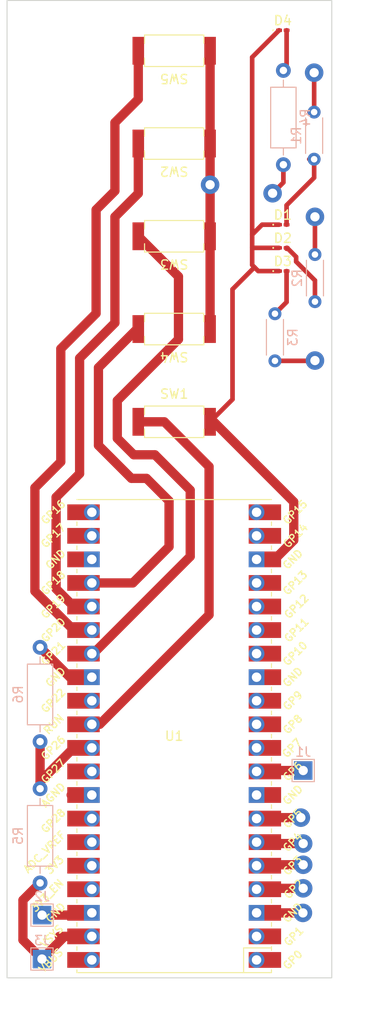
<source format=kicad_pcb>
(kicad_pcb (version 20221018) (generator pcbnew)
  (layers (0 "F.Cu" signal) (31 "B.Cu" signal) (34 "B.Paste" user) (35 "F.Paste" user) (36 "B.SilkS" user "B.Silkscreen") (37 "F.SilkS" user "F.Silkscreen") (38 "B.Mask" user) (39 "F.Mask" user) (44 "Edge.Cuts" user))
  (net 0 "")
  (net 1 "GND")
  (net 2 "Net-(D1-A)")
  (net 3 "Net-(D2-A)")
  (net 4 "Net-(D3-A)")
  (net 5 "Net-(D4-A)")
  (net 6 "Net-(J1-Pin_1)")
  (net 7 "Net-(U1-GPIO2)")
  (net 8 "Net-(U1-GPIO3)")
  (net 9 "Net-(U1-GPIO4)")
  (net 10 "Net-(U1-GPIO5)")
  (net 11 "Net-(U1-GPIO26_ADC0)")
  (net 12 "+3.3V")
  (net 13 "unconnected-(U1-AGND-Pad33)")
  (net 14 "Net-(U1-RUN)")
  (net 15 "Net-(U1-3V3)")
  (net 16 "Net-(U1-GPIO19)")
  (net 17 "Net-(U1-GPIO21)")
  (net 18 "Net-(U1-GPIO18)")
  (net 19 "Net-(U1-GPIO20)")
  (footprint "Library:SW_Push_3x6x5" (layer "F.Cu") (at 61.515 91.948)
    (fp_text reference "SW1" (at 0 -3 unlocked) (layer "F.SilkS"))
    (fp_text value "SW_Reset")
    (fp_line (start -3.2 -1.7) (end -3.2 -0.8) (stroke (width 0.12)) (layer "F.SilkS"))
    (fp_line (start -3.2 0.8) (end -3.2 1.7) (stroke (width 0.12)) (layer "F.SilkS"))
    (fp_line (start -3.2 1.7) (end 3.2 1.7) (stroke (width 0.12)) (layer "F.SilkS"))
    (fp_line (start 3.2 -1.7) (end -3.2 -1.7) (stroke (width 0.12)) (layer "F.SilkS"))
    (fp_line (start 3.2 -0.8) (end 3.2 -1.7) (stroke (width 0.12)) (layer "F.SilkS"))
    (fp_line (start 3.2 1.7) (end 3.2 0.8) (stroke (width 0.12)) (layer "F.SilkS"))
    (pad "1" smd rect locked (at -3.875 0) (size 1.25 3) (layers "F.Cu" "F.Paste" "F.Mask") (net 14 "Net-(U1-RUN)"))
    (pad "2" smd rect locked (at 3.875 0) (size 1.25 3) (layers "F.Cu" "F.Paste" "F.Mask") (net 1 "GND"))
  )
  (footprint "LED_SMD:LED_0201_0603Metric_Pad0.64x0.40mm_HandSolder" (layer "F.Cu") (at 73.2375 70.698)
    (fp_text reference "D1" (at 0 -1.05) (layer "F.SilkS"))
    (fp_text value "LED_Green1")
    (fp_circle (center -1.035 0) (end -0.985 0) (stroke (width 0.1)) (fill none) (layer "F.SilkS"))
    (pad "1" smd roundrect (at -0.4075 0) (size 0.635 0.4) (layers "F.Cu" "F.Mask") (net 1 "GND"))
    (pad "2" smd roundrect (at 0.4075 0) (size 0.635 0.4) (layers "F.Cu" "F.Mask") (net 2 "Net-(D1-A)"))
  )
  (footprint "Library:SW_Push_3x6x5" (layer "F.Cu") (at 61.515 51.948 180)
    (fp_text reference "SW5" (at 0 -3 180 unlocked) (layer "F.SilkS"))
    (fp_text value "SW_Vol_Up")
    (fp_line (start -3.2 -1.7) (end -3.2 -0.8) (stroke (width 0.12)) (layer "F.SilkS"))
    (fp_line (start -3.2 0.8) (end -3.2 1.7) (stroke (width 0.12)) (layer "F.SilkS"))
    (fp_line (start -3.2 1.7) (end 3.2 1.7) (stroke (width 0.12)) (layer "F.SilkS"))
    (fp_line (start 3.2 -1.7) (end -3.2 -1.7) (stroke (width 0.12)) (layer "F.SilkS"))
    (fp_line (start 3.2 -0.8) (end 3.2 -1.7) (stroke (width 0.12)) (layer "F.SilkS"))
    (fp_line (start 3.2 1.7) (end 3.2 0.8) (stroke (width 0.12)) (layer "F.SilkS"))
    (pad "1" smd rect locked (at -3.875 0 180) (size 1.25 3) (layers "F.Cu" "F.Paste" "F.Mask") (net 15 "Net-(U1-3V3)"))
    (pad "2" smd rect locked (at 3.875 0 180) (size 1.25 3) (layers "F.Cu" "F.Paste" "F.Mask") (net 19 "Net-(U1-GPIO20)"))
  )
  (footprint "Library:SW_Push_3x6x5" (layer "F.Cu") (at 61.515 81.948 180)
    (fp_text reference "SW4" (at 0 -3 180 unlocked) (layer "F.SilkS"))
    (fp_text value "SW_FN")
    (fp_line (start -3.2 -1.7) (end -3.2 -0.8) (stroke (width 0.12)) (layer "F.SilkS"))
    (fp_line (start -3.2 0.8) (end -3.2 1.7) (stroke (width 0.12)) (layer "F.SilkS"))
    (fp_line (start -3.2 1.7) (end 3.2 1.7) (stroke (width 0.12)) (layer "F.SilkS"))
    (fp_line (start 3.2 -1.7) (end -3.2 -1.7) (stroke (width 0.12)) (layer "F.SilkS"))
    (fp_line (start 3.2 -0.8) (end 3.2 -1.7) (stroke (width 0.12)) (layer "F.SilkS"))
    (fp_line (start 3.2 1.7) (end 3.2 0.8) (stroke (width 0.12)) (layer "F.SilkS"))
    (pad "1" smd rect locked (at -3.875 0 180) (size 1.25 3) (layers "F.Cu" "F.Paste" "F.Mask") (net 15 "Net-(U1-3V3)"))
    (pad "2" smd rect locked (at 3.875 0 180) (size 1.25 3) (layers "F.Cu" "F.Paste" "F.Mask") (net 18 "Net-(U1-GPIO18)"))
  )
  (footprint "LED_SMD:LED_0201_0603Metric_Pad0.64x0.40mm_HandSolder" (layer "F.Cu") (at 73.2375 73.198)
    (fp_text reference "D2" (at 0 -1.05) (layer "F.SilkS"))
    (fp_text value "LED_Green2")
    (fp_circle (center -1.035 0) (end -0.985 0) (stroke (width 0.1)) (fill none) (layer "F.SilkS"))
    (pad "1" smd roundrect (at -0.4075 0) (size 0.635 0.4) (layers "F.Cu" "F.Mask") (net 1 "GND"))
    (pad "2" smd roundrect (at 0.4075 0) (size 0.635 0.4) (layers "F.Cu" "F.Mask") (net 3 "Net-(D2-A)"))
  )
  (footprint "LED_SMD:LED_0201_0603Metric_Pad0.64x0.40mm_HandSolder" (layer "F.Cu") (at 73.2425 49.742)
    (fp_text reference "D4" (at 0 -1.05) (layer "F.SilkS"))
    (fp_text value "LED_Blue")
    (fp_circle (center -1.035 0) (end -0.985 0) (stroke (width 0.1)) (fill none) (layer "F.SilkS"))
    (pad "1" smd roundrect (at -0.4075 0) (size 0.635 0.4) (layers "F.Cu" "F.Mask") (net 1 "GND"))
    (pad "2" smd roundrect (at 0.4075 0) (size 0.635 0.4) (layers "F.Cu" "F.Mask") (net 5 "Net-(D4-A)"))
  )
  (footprint "MCU_RaspberryPi_and_Boards:RPi_Pico_SMD_TH" (layer "F.Cu") (at 61.515 125.83 180)
    (fp_text reference "U1" (at 0 0) (layer "F.SilkS"))
    (fp_text value "Pico")
    (fp_text user "GP0" (at -12.8 -24.13 45) (layer "F.SilkS") (effects (font (size 0.8 0.8))))
    (fp_text user "GND" (at -12.8 19.05 45) (layer "F.SilkS") (effects (font (size 0.8 0.8))))
    (fp_text user "GND" (at -12.8 6.35 45) (layer "F.SilkS") (effects (font (size 0.8 0.8))))
    (fp_text user "GP20" (at 13.054 11.43 45) (layer "F.SilkS") (effects (font (size 0.8 0.8))))
    (fp_text user "GND" (at -12.8 -6.35 45) (layer "F.SilkS") (effects (font (size 0.8 0.8))))
    (fp_text user "GP12" (at -13.2 13.97 45) (layer "F.SilkS") (effects (font (size 0.8 0.8))))
    (fp_text user "GP8" (at -12.8 1.27 45) (layer "F.SilkS") (effects (font (size 0.8 0.8))))
    (fp_text user "GP9" (at -12.8 3.81 45) (layer "F.SilkS") (effects (font (size 0.8 0.8))))
    (fp_text user "ADC_VREF" (at 14 -12.5 45) (layer "F.SilkS") (effects (font (size 0.8 0.8))))
    (fp_text user "3V3_EN" (at 13.7 -17.2 45) (layer "F.SilkS") (effects (font (size 0.8 0.8))))
    (fp_text user "GP15" (at -13.054 24.13 45) (layer "F.SilkS") (effects (font (size 0.8 0.8))))
    (fp_text user "GND" (at 12.8 19.05 45) (layer "F.SilkS") (effects (font (size 0.8 0.8))))
    (fp_text user "GND" (at 12.8 6.35 45) (layer "F.SilkS") (effects (font (size 0.8 0.8))))
    (fp_text user "VSYS" (at 13.2 -21.59 45) (layer "F.SilkS") (effects (font (size 0.8 0.8))))
    (fp_text user "GP3" (at -12.8 -13.97 45) (layer "F.SilkS") (effects (font (size 0.8 0.8))))
    (fp_text user "GP17" (at 13.054 21.59 45) (layer "F.SilkS") (effects (font (size 0.8 0.8))))
    (fp_text user "GP26" (at 13.054 -1.27 45) (layer "F.SilkS") (effects (font (size 0.8 0.8))))
    (fp_text user "GP4" (at -12.8 -11.43 45) (layer "F.SilkS") (effects (font (size 0.8 0.8))))
    (fp_text user "3V3" (at 12.9 -13.9 45) (layer "F.SilkS") (effects (font (size 0.8 0.8))))
    (fp_text user "GP11" (at -13.2 11.43 45) (layer "F.SilkS") (effects (font (size 0.8 0.8))))
    (fp_text user "GP28" (at 13.054 -9.144 45) (layer "F.SilkS") (effects (font (size 0.8 0.8))))
    (fp_text user "GP21" (at 13.054 8.9 45) (layer "F.SilkS") (effects (font (size 0.8 0.8))))
    (fp_text user "VBUS" (at 13.3 -24.2 45) (layer "F.SilkS") (effects (font (size 0.8 0.8))))
    (fp_text user "GND" (at -12.8 -19.05 45) (layer "F.SilkS") (effects (font (size 0.8 0.8))))
    (fp_text user "RUN" (at 13 1.27 45) (layer "F.SilkS") (effects (font (size 0.8 0.8))))
    (fp_text user "GP1" (at -12.9 -21.6 45) (layer "F.SilkS") (effects (font (size 0.8 0.8))))
    (fp_text user "GP5" (at -12.8 -8.89 45) (layer "F.SilkS") (effects (font (size 0.8 0.8))))
    (fp_text user "GP19" (at 13.054 13.97 45) (layer "F.SilkS") (effects (font (size 0.8 0.8))))
    (fp_text user "GP7" (at -12.7 -1.3 45) (layer "F.SilkS") (effects (font (size 0.8 0.8))))
    (fp_text user "GP2" (at -12.9 -16.51 45) (layer "F.SilkS") (effects (font (size 0.8 0.8))))
    (fp_text user "GP27" (at 13.054 -3.8 45) (layer "F.SilkS") (effects (font (size 0.8 0.8))))
    (fp_text user "AGND" (at 13.054 -6.35 45) (layer "F.SilkS") (effects (font (size 0.8 0.8))))
    (fp_text user "GP10" (at -13.054 8.89 45) (layer "F.SilkS") (effects (font (size 0.8 0.8))))
    (fp_text user "GP18" (at 13.054 16.51 45) (layer "F.SilkS") (effects (font (size 0.8 0.8))))
    (fp_text user "GP6" (at -12.8 -3.81 45) (layer "F.SilkS") (effects (font (size 0.8 0.8))))
    (fp_text user "GP14" (at -13.1 21.59 45) (layer "F.SilkS") (effects (font (size 0.8 0.8))))
    (fp_text user "GND" (at 12.8 -19.05 45) (layer "F.SilkS") (effects (font (size 0.8 0.8))))
    (fp_text user "GP13" (at -13.054 16.51 45) (layer "F.SilkS") (effects (font (size 0.8 0.8))))
    (fp_text user "GP16" (at 13.054 24.13 45) (layer "F.SilkS") (effects (font (size 0.8 0.8))))
    (fp_text user "GP22" (at 13.054 3.81 45) (layer "F.SilkS") (effects (font (size 0.8 0.8))))
    (fp_line (start -10.5 -25.5) (end -10.5 -25.2) (stroke (width 0.12)) (layer "F.SilkS"))
    (fp_line (start -10.5 -25.5) (end 10.5 -25.5) (stroke (width 0.12)) (layer "F.SilkS"))
    (fp_line (start -10.5 -23.1) (end -10.5 -22.7) (stroke (width 0.12)) (layer "F.SilkS"))
    (fp_line (start -10.5 -22.833) (end -7.493 -22.833) (stroke (width 0.12)) (layer "F.SilkS"))
    (fp_line (start -10.5 -20.5) (end -10.5 -20.1) (stroke (width 0.12)) (layer "F.SilkS"))
    (fp_line (start -10.5 -18) (end -10.5 -17.6) (stroke (width 0.12)) (layer "F.SilkS"))
    (fp_line (start -10.5 -15.4) (end -10.5 -15) (stroke (width 0.12)) (layer "F.SilkS"))
    (fp_line (start -10.5 -12.9) (end -10.5 -12.5) (stroke (width 0.12)) (layer "F.SilkS"))
    (fp_line (start -10.5 -10.4) (end -10.5 -10) (stroke (width 0.12)) (layer "F.SilkS"))
    (fp_line (start -10.5 -7.8) (end -10.5 -7.4) (stroke (width 0.12)) (layer "F.SilkS"))
    (fp_line (start -10.5 -5.3) (end -10.5 -4.9) (stroke (width 0.12)) (layer "F.SilkS"))
    (fp_line (start -10.5 -2.7) (end -10.5 -2.3) (stroke (width 0.12)) (layer "F.SilkS"))
    (fp_line (start -10.5 -0.2) (end -10.5 0.2) (stroke (width 0.12)) (layer "F.SilkS"))
    (fp_line (start -10.5 2.3) (end -10.5 2.7) (stroke (width 0.12)) (layer "F.SilkS"))
    (fp_line (start -10.5 4.9) (end -10.5 5.3) (stroke (width 0.12)) (layer "F.SilkS"))
    (fp_line (start -10.5 7.4) (end -10.5 7.8) (stroke (width 0.12)) (layer "F.SilkS"))
    (fp_line (start -10.5 10) (end -10.5 10.4) (stroke (width 0.12)) (layer "F.SilkS"))
    (fp_line (start -10.5 12.5) (end -10.5 12.9) (stroke (width 0.12)) (layer "F.SilkS"))
    (fp_line (start -10.5 15.1) (end -10.5 15.5) (stroke (width 0.12)) (layer "F.SilkS"))
    (fp_line (start -10.5 17.6) (end -10.5 18) (stroke (width 0.12)) (layer "F.SilkS"))
    (fp_line (start -10.5 20.1) (end -10.5 20.5) (stroke (width 0.12)) (layer "F.SilkS"))
    (fp_line (start -10.5 22.7) (end -10.5 23.1) (stroke (width 0.12)) (layer "F.SilkS"))
    (fp_line (start -7.493 -22.833) (end -7.493 -25.5) (stroke (width 0.12)) (layer "F.SilkS"))
    (fp_line (start 3.7 25.5) (end -10.5 25.5) (stroke (width 0.12)) (layer "F.SilkS"))
    (fp_line (start 10.5 -25.5) (end 10.5 -25.2) (stroke (width 0.12)) (layer "F.SilkS"))
    (fp_line (start 10.5 -23.1) (end 10.5 -22.7) (stroke (width 0.12)) (layer "F.SilkS"))
    (fp_line (start 10.5 -20.5) (end 10.5 -20.1) (stroke (width 0.12)) (layer "F.SilkS"))
    (fp_line (start 10.5 -18) (end 10.5 -17.6) (stroke (width 0.12)) (layer "F.SilkS"))
    (fp_line (start 10.5 -15.4) (end 10.5 -15) (stroke (width 0.12)) (layer "F.SilkS"))
    (fp_line (start 10.5 -12.9) (end 10.5 -12.5) (stroke (width 0.12)) (layer "F.SilkS"))
    (fp_line (start 10.5 -10.4) (end 10.5 -10) (stroke (width 0.12)) (layer "F.SilkS"))
    (fp_line (start 10.5 -7.8) (end 10.5 -7.4) (stroke (width 0.12)) (layer "F.SilkS"))
    (fp_line (start 10.5 -5.3) (end 10.5 -4.9) (stroke (width 0.12)) (layer "F.SilkS"))
    (fp_line (start 10.5 -2.7) (end 10.5 -2.3) (stroke (width 0.12)) (layer "F.SilkS"))
    (fp_line (start 10.5 -0.2) (end 10.5 0.2) (stroke (width 0.12)) (layer "F.SilkS"))
    (fp_line (start 10.5 2.3) (end 10.5 2.7) (stroke (width 0.12)) (layer "F.SilkS"))
    (fp_line (start 10.5 4.9) (end 10.5 5.3) (stroke (width 0.12)) (layer "F.SilkS"))
    (fp_line (start 10.5 7.4) (end 10.5 7.8) (stroke (width 0.12)) (layer "F.SilkS"))
    (fp_line (start 10.5 10) (end 10.5 10.4) (stroke (width 0.12)) (layer "F.SilkS"))
    (fp_line (start 10.5 12.5) (end 10.5 12.9) (stroke (width 0.12)) (layer "F.SilkS"))
    (fp_line (start 10.5 15.1) (end 10.5 15.5) (stroke (width 0.12)) (layer "F.SilkS"))
    (fp_line (start 10.5 17.6) (end 10.5 18) (stroke (width 0.12)) (layer "F.SilkS"))
    (fp_line (start 10.5 20.1) (end 10.5 20.5) (stroke (width 0.12)) (layer "F.SilkS"))
    (fp_line (start 10.5 22.7) (end 10.5 23.1) (stroke (width 0.12)) (layer "F.SilkS"))
    (fp_line (start 10.5 25.5) (end 3.7 25.5) (stroke (width 0.12)) (layer "F.SilkS"))
    (pad "" np_thru_hole oval locked (at -2.725 -24 180) (size 1.8 1.8) (drill 1.8) (layers "*.Cu" "*.Mask"))
    (pad "" np_thru_hole oval locked (at -2.425 -20.97 180) (size 1.5 1.5) (drill 1.5) (layers "*.Cu" "*.Mask"))
    (pad "" np_thru_hole oval locked (at 2.425 -20.97 180) (size 1.5 1.5) (drill 1.5) (layers "*.Cu" "*.Mask"))
    (pad "" np_thru_hole oval locked (at 2.725 -24 180) (size 1.8 1.8) (drill 1.8) (layers "*.Cu" "*.Mask"))
    (pad "1" thru_hole oval locked (at -8.89 -24.13 180) (size 1.7 1.7) (drill 1.02) (layers "*.Cu" "*.Mask"))
    (pad "1" smd rect locked (at -8.89 -24.13 180) (size 3.5 1.7) (drill (offset -0.9 0)) (layers "F.Cu" "F.Mask"))
    (pad "2" thru_hole oval locked (at -8.89 -21.59 180) (size 1.7 1.7) (drill 1.02) (layers "*.Cu" "*.Mask"))
    (pad "2" smd rect locked (at -8.89 -21.59 180) (size 3.5 1.7) (drill (offset -0.9 0)) (layers "F.Cu" "F.Mask"))
    (pad "3" thru_hole rect locked (at -8.89 -19.05 180) (size 1.7 1.7) (drill 1.02) (layers "*.Cu" "*.Mask") (net 1 "GND"))
    (pad "3" smd rect locked (at -8.89 -19.05 180) (size 3.5 1.7) (drill (offset -0.9 0)) (layers "F.Cu" "F.Mask") (net 1 "GND"))
    (pad "4" thru_hole oval locked (at -8.89 -16.51 180) (size 1.7 1.7) (drill 1.02) (layers "*.Cu" "*.Mask") (net 7 "Net-(U1-GPIO2)"))
    (pad "4" smd rect locked (at -8.89 -16.51 180) (size 3.5 1.7) (drill (offset -0.9 0)) (layers "F.Cu" "F.Mask") (net 7 "Net-(U1-GPIO2)"))
    (pad "5" thru_hole oval locked (at -8.89 -13.97 180) (size 1.7 1.7) (drill 1.02) (layers "*.Cu" "*.Mask") (net 8 "Net-(U1-GPIO3)"))
    (pad "5" smd rect locked (at -8.89 -13.97 180) (size 3.5 1.7) (drill (offset -0.9 0)) (layers "F.Cu" "F.Mask") (net 8 "Net-(U1-GPIO3)"))
    (pad "6" thru_hole oval locked (at -8.89 -11.43 180) (size 1.7 1.7) (drill 1.02) (layers "*.Cu" "*.Mask") (net 9 "Net-(U1-GPIO4)"))
    (pad "6" smd rect locked (at -8.89 -11.43 180) (size 3.5 1.7) (drill (offset -0.9 0)) (layers "F.Cu" "F.Mask") (net 9 "Net-(U1-GPIO4)"))
    (pad "7" thru_hole oval locked (at -8.89 -8.89 180) (size 1.7 1.7) (drill 1.02) (layers "*.Cu" "*.Mask") (net 10 "Net-(U1-GPIO5)"))
    (pad "7" smd rect locked (at -8.89 -8.89 180) (size 3.5 1.7) (drill (offset -0.9 0)) (layers "F.Cu" "F.Mask") (net 10 "Net-(U1-GPIO5)"))
    (pad "8" thru_hole rect locked (at -8.89 -6.35 180) (size 1.7 1.7) (drill 1.02) (layers "*.Cu" "*.Mask") (net 1 "GND"))
    (pad "8" smd rect locked (at -8.89 -6.35 180) (size 3.5 1.7) (drill (offset -0.9 0)) (layers "F.Cu" "F.Mask") (net 1 "GND"))
    (pad "9" thru_hole oval locked (at -8.89 -3.81 180) (size 1.7 1.7) (drill 1.02) (layers "*.Cu" "*.Mask") (net 6 "Net-(J1-Pin_1)"))
    (pad "9" smd rect locked (at -8.89 -3.81 180) (size 3.5 1.7) (drill (offset -0.9 0)) (layers "F.Cu" "F.Mask") (net 6 "Net-(J1-Pin_1)"))
    (pad "10" thru_hole oval locked (at -8.89 -1.27 180) (size 1.7 1.7) (drill 1.02) (layers "*.Cu" "*.Mask"))
    (pad "10" smd rect locked (at -8.89 -1.27 180) (size 3.5 1.7) (drill (offset -0.9 0)) (layers "F.Cu" "F.Mask"))
    (pad "11" thru_hole oval locked (at -8.89 1.27 180) (size 1.7 1.7) (drill 1.02) (layers "*.Cu" "*.Mask"))
    (pad "11" smd rect locked (at -8.89 1.27 180) (size 3.5 1.7) (drill (offset -0.9 0)) (layers "F.Cu" "F.Mask"))
    (pad "12" thru_hole oval locked (at -8.89 3.81 180) (size 1.7 1.7) (drill 1.02) (layers "*.Cu" "*.Mask"))
    (pad "12" smd rect locked (at -8.89 3.81 180) (size 3.5 1.7) (drill (offset -0.9 0)) (layers "F.Cu" "F.Mask"))
    (pad "13" thru_hole rect locked (at -8.89 6.35 180) (size 1.7 1.7) (drill 1.02) (layers "*.Cu" "*.Mask") (net 1 "GND"))
    (pad "13" smd rect locked (at -8.89 6.35 180) (size 3.5 1.7) (drill (offset -0.9 0)) (layers "F.Cu" "F.Mask") (net 1 "GND"))
    (pad "14" thru_hole oval locked (at -8.89 8.89 180) (size 1.7 1.7) (drill 1.02) (layers "*.Cu" "*.Mask"))
    (pad "14" smd rect locked (at -8.89 8.89 180) (size 3.5 1.7) (drill (offset -0.9 0)) (layers "F.Cu" "F.Mask"))
    (pad "15" thru_hole oval locked (at -8.89 11.43 180) (size 1.7 1.7) (drill 1.02) (layers "*.Cu" "*.Mask"))
    (pad "15" smd rect locked (at -8.89 11.43 180) (size 3.5 1.7) (drill (offset -0.9 0)) (layers "F.Cu" "F.Mask"))
    (pad "16" thru_hole oval locked (at -8.89 13.97 180) (size 1.7 1.7) (drill 1.02) (layers "*.Cu" "*.Mask"))
    (pad "16" smd rect locked (at -8.89 13.97 180) (size 3.5 1.7) (drill (offset -0.9 0)) (layers "F.Cu" "F.Mask"))
    (pad "17" thru_hole oval locked (at -8.89 16.51 180) (size 1.7 1.7) (drill 1.02) (layers "*.Cu" "*.Mask"))
    (pad "17" smd rect locked (at -8.89 16.51 180) (size 3.5 1.7) (drill (offset -0.9 0)) (layers "F.Cu" "F.Mask"))
    (pad "18" thru_hole rect locked (at -8.89 19.05 180) (size 1.7 1.7) (drill 1.02) (layers "*.Cu" "*.Mask") (net 1 "GND"))
    (pad "18" smd rect locked (at -8.89 19.05 180) (size 3.5 1.7) (drill (offset -0.9 0)) (layers "F.Cu" "F.Mask") (net 1 "GND"))
    (pad "19" thru_hole oval locked (at -8.89 21.59 180) (size 1.7 1.7) (drill 1.02) (layers "*.Cu" "*.Mask"))
    (pad "19" smd rect locked (at -8.89 21.59 180) (size 3.5 1.7) (drill (offset -0.9 0)) (layers "F.Cu" "F.Mask"))
    (pad "20" thru_hole oval locked (at -8.89 24.13 180) (size 1.7 1.7) (drill 1.02) (layers "*.Cu" "*.Mask"))
    (pad "20" smd rect locked (at -8.89 24.13 180) (size 3.5 1.7) (drill (offset -0.9 0)) (layers "F.Cu" "F.Mask"))
    (pad "21" thru_hole oval locked (at 8.89 24.13 180) (size 1.7 1.7) (drill 1.02) (layers "*.Cu" "*.Mask"))
    (pad "21" smd rect locked (at 8.89 24.13 180) (size 3.5 1.7) (drill (offset 0.9 0)) (layers "F.Cu" "F.Mask"))
    (pad "22" thru_hole oval locked (at 8.89 21.59 180) (size 1.7 1.7) (drill 1.02) (layers "*.Cu" "*.Mask"))
    (pad "22" smd rect locked (at 8.89 21.59 180) (size 3.5 1.7) (drill (offset 0.9 0)) (layers "F.Cu" "F.Mask"))
    (pad "23" thru_hole rect locked (at 8.89 19.05 180) (size 1.7 1.7) (drill 1.02) (layers "*.Cu" "*.Mask") (net 1 "GND"))
    (pad "23" smd rect locked (at 8.89 19.05 180) (size 3.5 1.7) (drill (offset 0.9 0)) (layers "F.Cu" "F.Mask") (net 1 "GND"))
    (pad "24" thru_hole oval locked (at 8.89 16.51 180) (size 1.7 1.7) (drill 1.02) (layers "*.Cu" "*.Mask") (net 18 "Net-(U1-GPIO18)"))
    (pad "24" smd rect locked (at 8.89 16.51 180) (size 3.5 1.7) (drill (offset 0.9 0)) (layers "F.Cu" "F.Mask") (net 18 "Net-(U1-GPIO18)"))
    (pad "25" thru_hole oval locked (at 8.89 13.97 180) (size 1.7 1.7) (drill 1.02) (layers "*.Cu" "*.Mask") (net 16 "Net-(U1-GPIO19)"))
    (pad "25" smd rect locked (at 8.89 13.97 180) (size 3.5 1.7) (drill (offset 0.9 0)) (layers "F.Cu" "F.Mask") (net 16 "Net-(U1-GPIO19)"))
    (pad "26" thru_hole oval locked (at 8.89 11.43 180) (size 1.7 1.7) (drill 1.02) (layers "*.Cu" "*.Mask") (net 19 "Net-(U1-GPIO20)"))
    (pad "26" smd rect locked (at 8.89 11.43 180) (size 3.5 1.7) (drill (offset 0.9 0)) (layers "F.Cu" "F.Mask") (net 19 "Net-(U1-GPIO20)"))
    (pad "27" thru_hole oval locked (at 8.89 8.89 180) (size 1.7 1.7) (drill 1.02) (layers "*.Cu" "*.Mask") (net 17 "Net-(U1-GPIO21)"))
    (pad "27" smd rect locked (at 8.89 8.89 180) (size 3.5 1.7) (drill (offset 0.9 0)) (layers "F.Cu" "F.Mask") (net 17 "Net-(U1-GPIO21)"))
    (pad "28" thru_hole rect locked (at 8.89 6.35 180) (size 1.7 1.7) (drill 1.02) (layers "*.Cu" "*.Mask") (net 1 "GND"))
    (pad "28" smd rect locked (at 8.89 6.35 180) (size 3.5 1.7) (drill (offset 0.9 0)) (layers "F.Cu" "F.Mask") (net 1 "GND"))
    (pad "29" thru_hole oval locked (at 8.89 3.81 180) (size 1.7 1.7) (drill 1.02) (layers "*.Cu" "*.Mask"))
    (pad "29" smd rect locked (at 8.89 3.81 180) (size 3.5 1.7) (drill (offset 0.9 0)) (layers "F.Cu" "F.Mask"))
    (pad "30" thru_hole oval locked (at 8.89 1.27 180) (size 1.7 1.7) (drill 1.02) (layers "*.Cu" "*.Mask") (net 14 "Net-(U1-RUN)"))
    (pad "30" smd rect locked (at 8.89 1.27 180) (size 3.5 1.7) (drill (offset 0.9 0)) (layers "F.Cu" "F.Mask") (net 14 "Net-(U1-RUN)"))
    (pad "31" thru_hole oval locked (at 8.89 -1.27 180) (size 1.7 1.7) (drill 1.02) (layers "*.Cu" "*.Mask") (net 11 "Net-(U1-GPIO26_ADC0)"))
    (pad "31" smd rect locked (at 8.89 -1.27 180) (size 3.5 1.7) (drill (offset 0.9 0)) (layers "F.Cu" "F.Mask") (net 11 "Net-(U1-GPIO26_ADC0)"))
    (pad "32" thru_hole oval locked (at 8.89 -3.81 180) (size 1.7 1.7) (drill 1.02) (layers "*.Cu" "*.Mask"))
    (pad "32" smd rect locked (at 8.89 -3.81 180) (size 3.5 1.7) (drill (offset 0.9 0)) (layers "F.Cu" "F.Mask"))
    (pad "33" thru_hole rect locked (at 8.89 -6.35 180) (size 1.7 1.7) (drill 1.02) (layers "*.Cu" "*.Mask") (net 13 "unconnected-(U1-AGND-Pad33)"))
    (pad "33" smd rect locked (at 8.89 -6.35 180) (size 3.5 1.7) (drill (offset 0.9 0)) (layers "F.Cu" "F.Mask") (net 13 "unconnected-(U1-AGND-Pad33)"))
    (pad "34" thru_hole oval locked (at 8.89 -8.89 180) (size 1.7 1.7) (drill 1.02) (layers "*.Cu" "*.Mask"))
    (pad "34" smd rect locked (at 8.89 -8.89 180) (size 3.5 1.7) (drill (offset 0.9 0)) (layers "F.Cu" "F.Mask"))
    (pad "35" thru_hole oval locked (at 8.89 -11.43 180) (size 1.7 1.7) (drill 1.02) (layers "*.Cu" "*.Mask"))
    (pad "35" smd rect locked (at 8.89 -11.43 180) (size 3.5 1.7) (drill (offset 0.9 0)) (layers "F.Cu" "F.Mask"))
    (pad "36" thru_hole oval locked (at 8.89 -13.97 180) (size 1.7 1.7) (drill 1.02) (layers "*.Cu" "*.Mask") (net 15 "Net-(U1-3V3)"))
    (pad "36" smd rect locked (at 8.89 -13.97 180) (size 3.5 1.7) (drill (offset 0.9 0)) (layers "F.Cu" "F.Mask") (net 15 "Net-(U1-3V3)"))
    (pad "37" thru_hole oval locked (at 8.89 -16.51 180) (size 1.7 1.7) (drill 1.02) (layers "*.Cu" "*.Mask"))
    (pad "37" smd rect locked (at 8.89 -16.51 180) (size 3.5 1.7) (drill (offset 0.9 0)) (layers "F.Cu" "F.Mask"))
    (pad "38" thru_hole rect locked (at 8.89 -19.05 180) (size 1.7 1.7) (drill 1.02) (layers "*.Cu" "*.Mask") (net 1 "GND"))
    (pad "38" smd rect locked (at 8.89 -19.05 180) (size 3.5 1.7) (drill (offset 0.9 0)) (layers "F.Cu" "F.Mask") (net 1 "GND"))
    (pad "39" thru_hole oval locked (at 8.89 -21.59 180) (size 1.7 1.7) (drill 1.02) (layers "*.Cu" "*.Mask") (net 12 "+3.3V"))
    (pad "39" smd rect locked (at 8.89 -21.59 180) (size 3.5 1.7) (drill (offset 0.9 0)) (layers "F.Cu" "F.Mask") (net 12 "+3.3V"))
    (pad "40" thru_hole oval locked (at 8.89 -24.13 180) (size 1.7 1.7) (drill 1.02) (layers "*.Cu" "*.Mask"))
    (pad "40" smd rect locked (at 8.89 -24.13 180) (size 3.5 1.7) (drill (offset 0.9 0)) (layers "F.Cu" "F.Mask"))
  )
  (footprint "Library:SW_Push_3x6x5" (layer "F.Cu") (at 61.515 61.948 180)
    (fp_text reference "SW2" (at 0 -3 180 unlocked) (layer "F.SilkS"))
    (fp_text value "SW_Play")
    (fp_line (start -3.2 -1.7) (end -3.2 -0.8) (stroke (width 0.12)) (layer "F.SilkS"))
    (fp_line (start -3.2 0.8) (end -3.2 1.7) (stroke (width 0.12)) (layer "F.SilkS"))
    (fp_line (start -3.2 1.7) (end 3.2 1.7) (stroke (width 0.12)) (layer "F.SilkS"))
    (fp_line (start 3.2 -1.7) (end -3.2 -1.7) (stroke (width 0.12)) (layer "F.SilkS"))
    (fp_line (start 3.2 -0.8) (end 3.2 -1.7) (stroke (width 0.12)) (layer "F.SilkS"))
    (fp_line (start 3.2 1.7) (end 3.2 0.8) (stroke (width 0.12)) (layer "F.SilkS"))
    (pad "1" smd rect locked (at -3.875 0 180) (size 1.25 3) (layers "F.Cu" "F.Paste" "F.Mask") (net 15 "Net-(U1-3V3)"))
    (pad "2" smd rect locked (at 3.875 0 180) (size 1.25 3) (layers "F.Cu" "F.Paste" "F.Mask") (net 16 "Net-(U1-GPIO19)"))
  )
  (footprint "LED_SMD:LED_0201_0603Metric_Pad0.64x0.40mm_HandSolder" (layer "F.Cu") (at 73.2375 75.698)
    (fp_text reference "D3" (at 0 -1.05) (layer "F.SilkS"))
    (fp_text value "LED_Green3")
    (fp_circle (center -1.035 0) (end -0.985 0) (stroke (width 0.1)) (fill none) (layer "F.SilkS"))
    (pad "1" smd roundrect (at -0.4075 0) (size 0.635 0.4) (layers "F.Cu" "F.Mask") (net 1 "GND"))
    (pad "2" smd roundrect (at 0.4075 0) (size 0.635 0.4) (layers "F.Cu" "F.Mask") (net 4 "Net-(D3-A)"))
  )
  (footprint "Library:SW_Push_3x6x5" (layer "F.Cu") (at 61.515 71.948 180)
    (fp_text reference "SW3" (at 0 -3 180 unlocked) (layer "F.SilkS"))
    (fp_text value "SW_Vol_Down")
    (fp_line (start -3.2 -1.7) (end -3.2 -0.8) (stroke (width 0.12)) (layer "F.SilkS"))
    (fp_line (start -3.2 0.8) (end -3.2 1.7) (stroke (width 0.12)) (layer "F.SilkS"))
    (fp_line (start -3.2 1.7) (end 3.2 1.7) (stroke (width 0.12)) (layer "F.SilkS"))
    (fp_line (start 3.2 -1.7) (end -3.2 -1.7) (stroke (width 0.12)) (layer "F.SilkS"))
    (fp_line (start 3.2 -0.8) (end 3.2 -1.7) (stroke (width 0.12)) (layer "F.SilkS"))
    (fp_line (start 3.2 1.7) (end 3.2 0.8) (stroke (width 0.12)) (layer "F.SilkS"))
    (pad "1" smd rect locked (at -3.875 0 180) (size 1.25 3) (layers "F.Cu" "F.Paste" "F.Mask") (net 15 "Net-(U1-3V3)"))
    (pad "2" smd rect locked (at 3.875 0 180) (size 1.25 3) (layers "F.Cu" "F.Paste" "F.Mask") (net 17 "Net-(U1-GPIO21)"))
  )
  (footprint "Resistor_THT:R_Axial_DIN0207_L6.3mm_D2.5mm_P10.16mm_Horizontal" (layer "B.Cu") (at 73.3 64.23 90)
    (fp_text reference "R4" (at 5.08 2.37 90) (layer "B.SilkS") (effects (justify mirror)))
    (fp_text value "10k")
    (fp_line (start 1.04 0) (end 1.81 0) (stroke (width 0.12)) (layer "B.SilkS"))
    (fp_line (start 1.81 -1.37) (end 8.35 -1.37) (stroke (width 0.12)) (layer "B.SilkS"))
    (fp_line (start 1.81 1.37) (end 1.81 -1.37) (stroke (width 0.12)) (layer "B.SilkS"))
    (fp_line (start 8.35 -1.37) (end 8.35 1.37) (stroke (width 0.12)) (layer "B.SilkS"))
    (fp_line (start 8.35 1.37) (end 1.81 1.37) (stroke (width 0.12)) (layer "B.SilkS"))
    (fp_line (start 9.12 0) (end 8.35 0) (stroke (width 0.12)) (layer "B.SilkS"))
    (pad "1" thru_hole circle (at 0 0 90) (size 1.6 1.6) (drill 0.8) (layers "*.Cu" "*.Mask") (net 10 "Net-(U1-GPIO5)"))
    (pad "2" thru_hole oval (at 10.16 0 90) (size 1.6 1.6) (drill 0.8) (layers "*.Cu" "*.Mask") (net 5 "Net-(D4-A)"))
  )
  (footprint "TestPoint:TestPoint_THTPad_2.0x2.0mm_Drill1.0mm" (layer "B.Cu") (at 75.438 129.54 180)
    (fp_text reference "J1" (at 0 1.998) (layer "B.SilkS") (effects (justify mirror)))
    (fp_text value "Charge_Indicator_Pin")
    (fp_line (start -1.2 -1.2) (end -1.2 1.2) (stroke (width 0.12)) (layer "B.SilkS"))
    (fp_line (start -1.2 1.2) (end 1.2 1.2) (stroke (width 0.12)) (layer "B.SilkS"))
    (fp_line (start 1.2 -1.2) (end -1.2 -1.2) (stroke (width 0.12)) (layer "B.SilkS"))
    (fp_line (start 1.2 1.2) (end 1.2 -1.2) (stroke (width 0.12)) (layer "B.SilkS"))
    (pad "1" thru_hole rect (at 0 0 180) (size 2 2) (drill 1) (layers "*.Cu" "*.Mask") (net 6 "Net-(J1-Pin_1)"))
  )
  (footprint "Resistor_THT:R_Axial_DIN0204_L3.6mm_D1.6mm_P5.08mm_Horizontal" (layer "B.Cu") (at 72.39 85.377001 90)
    (fp_text reference "R3" (at 2.54 1.92 90) (layer "B.SilkS") (effects (justify mirror)))
    (fp_text value "1k")
    (fp_line (start 0.62 -0.92) (end 4.46 -0.92) (stroke (width 0.12)) (layer "B.SilkS"))
    (fp_line (start 0.62 0.92) (end 4.46 0.92) (stroke (width 0.12)) (layer "B.SilkS"))
    (pad "1" thru_hole circle (at 0 0 90) (size 1.4 1.4) (drill 0.7) (layers "*.Cu" "*.Mask") (net 9 "Net-(U1-GPIO4)"))
    (pad "2" thru_hole oval (at 5.08 0 90) (size 1.4 1.4) (drill 0.7) (layers "*.Cu" "*.Mask") (net 4 "Net-(D3-A)"))
  )
  (footprint "Resistor_THT:R_Axial_DIN0204_L3.6mm_D1.6mm_P5.08mm_Horizontal" (layer "B.Cu") (at 76.708 73.914 -90)
    (fp_text reference "R2" (at 2.54 1.92 90) (layer "B.SilkS") (effects (justify mirror)))
    (fp_text value "1k")
    (fp_line (start 0.62 -0.92) (end 4.46 -0.92) (stroke (width 0.12)) (layer "B.SilkS"))
    (fp_line (start 0.62 0.92) (end 4.46 0.92) (stroke (width 0.12)) (layer "B.SilkS"))
    (pad "1" thru_hole circle (at 0 0 270) (size 1.4 1.4) (drill 0.7) (layers "*.Cu" "*.Mask") (net 8 "Net-(U1-GPIO3)"))
    (pad "2" thru_hole oval (at 5.08 0 270) (size 1.4 1.4) (drill 0.7) (layers "*.Cu" "*.Mask") (net 3 "Net-(D2-A)"))
  )
  (footprint "TestPoint:TestPoint_THTPad_2.0x2.0mm_Drill1.0mm" (layer "B.Cu") (at 47.255 145.125 180)
    (fp_text reference "J2" (at 0 1.998) (layer "B.SilkS") (effects (justify mirror)))
    (fp_text value "Switch_GND")
    (fp_line (start -1.2 -1.2) (end -1.2 1.2) (stroke (width 0.12)) (layer "B.SilkS"))
    (fp_line (start -1.2 1.2) (end 1.2 1.2) (stroke (width 0.12)) (layer "B.SilkS"))
    (fp_line (start 1.2 -1.2) (end -1.2 -1.2) (stroke (width 0.12)) (layer "B.SilkS"))
    (fp_line (start 1.2 1.2) (end 1.2 -1.2) (stroke (width 0.12)) (layer "B.SilkS"))
    (pad "1" thru_hole rect (at 0 0 180) (size 2 2) (drill 1) (layers "*.Cu" "*.Mask") (net 1 "GND"))
  )
  (footprint "Resistor_THT:R_Axial_DIN0204_L3.6mm_D1.6mm_P5.08mm_Horizontal" (layer "B.Cu") (at 76.62 58.56 -90)
    (fp_text reference "R1" (at 2.54 1.92 90) (layer "B.SilkS") (effects (justify mirror)))
    (fp_text value "1k")
    (fp_line (start 0.62 -0.92) (end 4.46 -0.92) (stroke (width 0.12)) (layer "B.SilkS"))
    (fp_line (start 0.62 0.92) (end 4.46 0.92) (stroke (width 0.12)) (layer "B.SilkS"))
    (pad "1" thru_hole circle (at 0 0 270) (size 1.4 1.4) (drill 0.7) (layers "*.Cu" "*.Mask") (net 7 "Net-(U1-GPIO2)"))
    (pad "2" thru_hole oval (at 5.08 0 270) (size 1.4 1.4) (drill 0.7) (layers "*.Cu" "*.Mask") (net 2 "Net-(D1-A)"))
  )
  (footprint "Resistor_THT:R_Axial_DIN0207_L6.3mm_D2.5mm_P10.16mm_Horizontal" (layer "B.Cu") (at 47.04 131.5 -90)
    (fp_text reference "R5" (at 5.08 2.37 90) (layer "B.SilkS") (effects (justify mirror)))
    (fp_text value "100k")
    (fp_line (start 1.04 0) (end 1.81 0) (stroke (width 0.12)) (layer "B.SilkS"))
    (fp_line (start 1.81 -1.37) (end 8.35 -1.37) (stroke (width 0.12)) (layer "B.SilkS"))
    (fp_line (start 1.81 1.37) (end 1.81 -1.37) (stroke (width 0.12)) (layer "B.SilkS"))
    (fp_line (start 8.35 -1.37) (end 8.35 1.37) (stroke (width 0.12)) (layer "B.SilkS"))
    (fp_line (start 8.35 1.37) (end 1.81 1.37) (stroke (width 0.12)) (layer "B.SilkS"))
    (fp_line (start 9.12 0) (end 8.35 0) (stroke (width 0.12)) (layer "B.SilkS"))
    (pad "1" thru_hole circle (at 0 0 270) (size 1.6 1.6) (drill 0.8) (layers "*.Cu" "*.Mask") (net 11 "Net-(U1-GPIO26_ADC0)"))
    (pad "2" thru_hole oval (at 10.16 0 270) (size 1.6 1.6) (drill 0.8) (layers "*.Cu" "*.Mask") (net 12 "+3.3V"))
  )
  (footprint "TestPoint:TestPoint_THTPad_2.0x2.0mm_Drill1.0mm" (layer "B.Cu") (at 47.244 149.86 180)
    (fp_text reference "J3" (at 0 1.998) (layer "B.SilkS") (effects (justify mirror)))
    (fp_text value "Switch_3.3V")
    (fp_line (start -1.2 -1.2) (end -1.2 1.2) (stroke (width 0.12)) (layer "B.SilkS"))
    (fp_line (start -1.2 1.2) (end 1.2 1.2) (stroke (width 0.12)) (layer "B.SilkS"))
    (fp_line (start 1.2 -1.2) (end -1.2 -1.2) (stroke (width 0.12)) (layer "B.SilkS"))
    (fp_line (start 1.2 1.2) (end 1.2 -1.2) (stroke (width 0.12)) (layer "B.SilkS"))
    (pad "1" thru_hole rect (at 0 0 180) (size 2 2) (drill 1) (layers "*.Cu" "*.Mask") (net 12 "+3.3V"))
  )
  (footprint "Resistor_THT:R_Axial_DIN0207_L6.3mm_D2.5mm_P10.16mm_Horizontal" (layer "B.Cu") (at 47.04 116.26 -90)
    (fp_text reference "R6" (at 5.08 2.37 90) (layer "B.SilkS") (effects (justify mirror)))
    (fp_text value "100k")
    (fp_line (start 1.04 0) (end 1.81 0) (stroke (width 0.12)) (layer "B.SilkS"))
    (fp_line (start 1.81 -1.37) (end 8.35 -1.37) (stroke (width 0.12)) (layer "B.SilkS"))
    (fp_line (start 1.81 1.37) (end 1.81 -1.37) (stroke (width 0.12)) (layer "B.SilkS"))
    (fp_line (start 8.35 -1.37) (end 8.35 1.37) (stroke (width 0.12)) (layer "B.SilkS"))
    (fp_line (start 8.35 1.37) (end 1.81 1.37) (stroke (width 0.12)) (layer "B.SilkS"))
    (fp_line (start 9.12 0) (end 8.35 0) (stroke (width 0.12)) (layer "B.SilkS"))
    (pad "1" thru_hole circle (at 0 0 270) (size 1.6 1.6) (drill 0.8) (layers "*.Cu" "*.Mask") (net 1 "GND"))
    (pad "2" thru_hole oval (at 10.16 0 270) (size 1.6 1.6) (drill 0.8) (layers "*.Cu" "*.Mask") (net 11 "Net-(U1-GPIO26_ADC0)"))
  )
  (gr_rect (start 43.474 46.526) (end 78.526 151.892) (stroke (width 0.1)) (fill none) (layer "Edge.Cuts"))
  (segment (start 71.002 70.698) (end 70.13 71.57) (width 0.5) (layer "F.Cu") (net 1))
  (segment (start 47.04 116.26) (end 50.26 119.48) (width 1) (layer "F.Cu") (net 1))
  (segment (start 52.38 145.125) (end 52.625 144.88) (width 1) (layer "F.Cu") (net 1))
  (segment (start 70.18 75.29) (end 67.81 77.66) (width 0.5) (layer "F.Cu") (net 1))
  (segment (start 70.18 75.29) (end 70.588 75.698) (width 0.5) (layer "F.Cu") (net 1))
  (segment (start 75.41 144.89) (end 70.415 144.89) (width 1) (layer "F.Cu") (net 1))
  (segment (start 72.35495 106.78) (end 74.422 104.71295) (width 1) (layer "F.Cu") (net 1))
  (segment (start 67.81 77.66) (end 67.81 89.528) (width 0.5) (layer "F.Cu") (net 1))
  (segment (start 65.786 91.948) (end 65.39 91.948) (width 1) (layer "F.Cu") (net 1))
  (segment (start 72.83 70.698) (end 71.002 70.698) (width 0.5) (layer "F.Cu") (net 1))
  (segment (start 67.81 89.528) (end 65.39 91.948) (width 0.5) (layer "F.Cu") (net 1))
  (segment (start 72.835 49.742) (end 69.93 52.647) (width 0.5) (layer "F.Cu") (net 1))
  (segment (start 74.422 100.584) (end 65.786 91.948) (width 1) (layer "F.Cu") (net 1))
  (segment (start 72.83 73.198) (end 69.976 73.198) (width 0.5) (layer "F.Cu") (net 1))
  (segment (start 69.93 52.647) (end 69.93 71.77) (width 0.5) (layer "F.Cu") (net 1))
  (segment (start 47.255 145.125) (end 52.38 145.125) (width 1) (layer "F.Cu") (net 1))
  (segment (start 70.405 106.78) (end 72.35495 106.78) (width 1) (layer "F.Cu") (net 1))
  (segment (start 74.422 104.71295) (end 74.422 100.584) (width 1) (layer "F.Cu") (net 1))
  (segment (start 69.93 75.04) (end 70.18 75.29) (width 0.5) (layer "F.Cu") (net 1))
  (segment (start 50.26 119.48) (end 52.625 119.48) (width 1) (layer "F.Cu") (net 1))
  (segment (start 69.93 73.152) (end 69.93 75.04) (width 0.5) (layer "F.Cu") (net 1))
  (segment (start 70.588 75.698) (end 72.83 75.698) (width 0.5) (layer "F.Cu") (net 1))
  (segment (start 69.976 73.198) (end 69.93 73.152) (width 0.5) (layer "F.Cu") (net 1))
  (segment (start 70.415 144.89) (end 70.405 144.88) (width 1) (layer "F.Cu") (net 1))
  (segment (start 69.93 71.77) (end 69.93 73.152) (width 0.5) (layer "F.Cu") (net 1))
  (segment (start 70.13 71.57) (end 69.93 71.77) (width 0.5) (layer "F.Cu") (net 1))
  (segment (start 52.471 119.634) (end 52.625 119.48) (width 1) (layer "F.Cu") (net 1))
  (segment (start 47.5 144.88) (end 47.255 145.125) (width 1) (layer "F.Cu") (net 1))
  (via (at 75.41 144.89) (size 2) (drill 1) (layers "F.Cu" "B.Cu") (net 1))
  (segment (start 70.415 144.89) (end 70.405 144.88) (width 1) (layer "B.Cu") (net 1))
  (segment (start 73.645 70.698) (end 73.645 68.605) (width 0.5) (layer "F.Cu") (net 2))
  (segment (start 76.12 63.64) (end 76.09 63.64) (width 0.5) (layer "F.Cu") (net 2))
  (segment (start 76.62 65.63) (end 76.62 63.64) (width 0.5) (layer "F.Cu") (net 2))
  (segment (start 73.645 68.605) (end 76.62 65.63) (width 0.5) (layer "F.Cu") (net 2))
  (segment (start 74.676 74.676) (end 74.676 74.168) (width 0.5) (layer "F.Cu") (net 3))
  (segment (start 76.708 76.708) (end 74.676 74.676) (width 0.5) (layer "F.Cu") (net 3))
  (segment (start 74.676 74.168) (end 73.706 73.198) (width 0.5) (layer "F.Cu") (net 3))
  (segment (start 73.706 73.198) (end 73.645 73.198) (width 0.5) (layer "F.Cu") (net 3))
  (segment (start 76.708 78.994) (end 76.708 76.708) (width 0.5) (layer "F.Cu") (net 3))
  (segment (start 73.645 73.198) (end 73.645 73.298) (width 0.5) (layer "F.Cu") (net 3))
  (segment (start 73.645 79.042001) (end 72.39 80.297001) (width 0.5) (layer "F.Cu") (net 4))
  (segment (start 73.645 75.698) (end 73.645 79.042001) (width 0.5) (layer "F.Cu") (net 4))
  (segment (start 73.65 49.742) (end 73.65 53.72) (width 0.5) (layer "F.Cu") (net 5))
  (segment (start 73.65 53.72) (end 73.3 54.07) (width 0.5) (layer "F.Cu") (net 5))
  (segment (start 70.505 129.54) (end 70.405 129.64) (width 1) (layer "F.Cu") (net 6))
  (segment (start 75.438 129.54) (end 70.505 129.54) (width 1) (layer "F.Cu") (net 6))
  (segment (start 70.505 142.24) (end 70.405 142.34) (width 1) (layer "F.Cu") (net 7))
  (segment (start 75.438 142.24) (end 70.505 142.24) (width 1) (layer "F.Cu") (net 7))
  (segment (start 76.62 54.31) (end 76.62 58.56) (width 0.5) (layer "F.Cu") (net 7))
  (segment (start 76.62 58.06) (end 76.12 58.56) (width 0.5) (layer "F.Cu") (net 7))
  (via (at 75.438 142.24) (size 2) (drill 1) (layers "F.Cu" "B.Cu") (net 7))
  (via (at 76.62 54.31) (size 2) (drill 1) (layers "F.Cu" "B.Cu") (net 7))
  (segment (start 76.708 69.85) (end 76.708 73.914) (width 0.5) (layer "F.Cu") (net 8))
  (segment (start 75.438 139.7) (end 70.505 139.7) (width 1) (layer "F.Cu") (net 8))
  (segment (start 70.505 139.7) (end 70.405 139.8) (width 1) (layer "F.Cu") (net 8))
  (via (at 75.438 139.7) (size 2) (drill 1) (layers "F.Cu" "B.Cu") (net 8))
  (via (at 76.708 69.85) (size 2) (drill 1) (layers "F.Cu" "B.Cu") (net 8))
  (segment (start 72.39 85.377001) (end 76.674999 85.377001) (width 0.5) (layer "F.Cu") (net 9))
  (segment (start 70.559 137.414) (end 70.405 137.26) (width 1) (layer "F.Cu") (net 9))
  (segment (start 75.438 137.414) (end 70.559 137.414) (width 1) (layer "F.Cu") (net 9))
  (segment (start 76.674999 85.377001) (end 76.708 85.344) (width 0.5) (layer "F.Cu") (net 9))
  (via (at 76.708 85.344) (size 2) (drill 1) (layers "F.Cu" "B.Cu") (net 9))
  (via (at 75.438 137.414) (size 2) (drill 1) (layers "F.Cu" "B.Cu") (net 9))
  (segment (start 73.3 66.146) (end 72.136 67.31) (width 0.5) (layer "F.Cu") (net 10))
  (segment (start 70.505 134.62) (end 70.405 134.72) (width 1) (layer "F.Cu") (net 10))
  (segment (start 73.3 64.23) (end 73.3 66.146) (width 0.5) (layer "F.Cu") (net 10))
  (segment (start 75.184 134.62) (end 70.505 134.62) (width 1) (layer "F.Cu") (net 10))
  (via (at 75.184 134.62) (size 2) (drill 1) (layers "F.Cu" "B.Cu") (net 10))
  (via (at 72.136 67.31) (size 2) (drill 1) (layers "F.Cu" "B.Cu") (net 10))
  (segment (start 70.25505 134.72) (end 70.405 134.72) (width 1) (layer "B.Cu") (net 10))
  (segment (start 47.04 130.73505) (end 47.04 131.5) (width 1) (layer "F.Cu") (net 11))
  (segment (start 52.625 127.1) (end 50.67505 127.1) (width 1) (layer "F.Cu") (net 11))
  (segment (start 50.67505 127.1) (end 47.04 130.73505) (width 1) (layer "F.Cu") (net 11))
  (segment (start 47.04 126.42) (end 47.04 131.5) (width 1) (layer "F.Cu") (net 11))
  (segment (start 45.19 147.806) (end 45.19 143.51) (width 1) (layer "F.Cu") (net 12))
  (segment (start 49.684 147.42) (end 52.625 147.42) (width 1) (layer "F.Cu") (net 12))
  (segment (start 47.244 149.86) (end 45.19 147.806) (width 1) (layer "F.Cu") (net 12))
  (segment (start 45.19 143.51) (end 47.04 141.66) (width 1) (layer "F.Cu") (net 12))
  (segment (start 47.244 149.86) (end 49.684 147.42) (width 1) (layer "F.Cu") (net 12))
  (segment (start 49.122 147.42) (end 52.625 147.42) (width 1) (layer "F.Cu") (net 12))
  (segment (start 50.392 132.18) (end 52.625 132.18) (width 1) (layer "F.Cu") (net 13))
  (segment (start 65.278 112.757) (end 53.475 124.56) (width 1) (layer "F.Cu") (net 14))
  (segment (start 60.452 91.948) (end 65.278 96.774) (width 1) (layer "F.Cu") (net 14))
  (segment (start 57.64 91.948) (end 60.452 91.948) (width 1) (layer "F.Cu") (net 14))
  (segment (start 65.278 96.774) (end 65.278 112.757) (width 1) (layer "F.Cu") (net 14))
  (segment (start 53.475 124.56) (end 52.625 124.56) (width 1) (layer "F.Cu") (net 14))
  (segment (start 65.39 71.948) (end 65.39 81.948) (width 1) (layer "F.Cu") (net 15))
  (segment (start 65.39 66.392) (end 65.39 71.948) (width 1) (layer "F.Cu") (net 15))
  (segment (start 65.39 66.392) (end 65.39 51.948) (width 1) (layer "F.Cu") (net 15))
  (via (at 65.39 66.392) (size 2) (drill 1) (layers "F.Cu" "B.Cu") (net 15))
  (segment (start 55.118 69.85) (end 55.118 81.28) (width 1) (layer "F.Cu") (net 16))
  (segment (start 51.308 85.09) (end 51.308 97.536) (width 1) (layer "F.Cu") (net 16))
  (segment (start 51.308 97.536) (end 48.768 100.076) (width 1) (layer "F.Cu") (net 16))
  (segment (start 57.64 67.328) (end 55.118 69.85) (width 1) (layer "F.Cu") (net 16))
  (segment (start 55.118 81.28) (end 51.308 85.09) (width 1) (layer "F.Cu") (net 16))
  (segment (start 48.768 100.076) (end 48.768 109.95295) (width 1) (layer "F.Cu") (net 16))
  (segment (start 48.768 109.95295) (end 50.67505 111.86) (width 1) (layer "F.Cu") (net 16))
  (segment (start 57.64 61.948) (end 57.64 67.328) (width 1) (layer "F.Cu") (net 16))
  (segment (start 50.67505 111.86) (end 52.625 111.86) (width 1) (layer "F.Cu") (net 16))
  (segment (start 61.976 76.284) (end 61.976 83.058) (width 1) (layer "F.Cu") (net 17))
  (segment (start 61.976 83.058) (end 55.372 89.662) (width 1) (layer "F.Cu") (net 17))
  (segment (start 52.77495 116.94) (end 52.625 116.94) (width 1) (layer "F.Cu") (net 17))
  (segment (start 59.436 95.504) (end 63.246 99.314) (width 1) (layer "F.Cu") (net 17))
  (segment (start 57.64 71.948) (end 61.976 76.284) (width 1) (layer "F.Cu") (net 17))
  (segment (start 63.246 106.46895) (end 52.77495 116.94) (width 1) (layer "F.Cu") (net 17))
  (segment (start 63.246 99.314) (end 63.246 106.46895) (width 1) (layer "F.Cu") (net 17))
  (segment (start 57.15 95.504) (end 59.436 95.504) (width 1) (layer "F.Cu") (net 17))
  (segment (start 55.372 89.662) (end 55.372 93.726) (width 1) (layer "F.Cu") (net 17))
  (segment (start 55.372 93.726) (end 57.15 95.504) (width 1) (layer "F.Cu") (net 17))
  (segment (start 53.34 86.106) (end 53.34 94.488) (width 1) (layer "F.Cu") (net 18))
  (segment (start 57.64 81.948) (end 57.498 81.948) (width 1) (layer "F.Cu") (net 18))
  (segment (start 56.896 98.044) (end 58.525368 98.044) (width 1) (layer "F.Cu") (net 18))
  (segment (start 58.525368 98.044) (end 60.96 100.478632) (width 1) (layer "F.Cu") (net 18))
  (segment (start 60.96 105.41) (end 57.05 109.32) (width 1) (layer "F.Cu") (net 18))
  (segment (start 53.34 94.488) (end 56.896 98.044) (width 1) (layer "F.Cu") (net 18))
  (segment (start 57.498 81.948) (end 53.34 86.106) (width 1) (layer "F.Cu") (net 18))
  (segment (start 57.05 109.32) (end 52.625 109.32) (width 1) (layer "F.Cu") (net 18))
  (segment (start 60.96 100.478632) (end 60.96 105.41) (width 1) (layer "F.Cu") (net 18))
  (segment (start 57.64 51.948) (end 57.64 57.168) (width 1) (layer "F.Cu") (net 19))
  (segment (start 49.276 96.266) (end 46.482 99.06) (width 1) (layer "F.Cu") (net 19))
  (segment (start 46.482 110.20695) (end 50.67505 114.4) (width 1) (layer "F.Cu") (net 19))
  (segment (start 57.64 57.168) (end 55.118 59.69) (width 1) (layer "F.Cu") (net 19))
  (segment (start 50.67505 114.4) (end 52.625 114.4) (width 1) (layer "F.Cu") (net 19))
  (segment (start 53.086 80.264) (end 49.276 84.074) (width 1) (layer "F.Cu") (net 19))
  (segment (start 55.118 59.69) (end 55.118 67.056) (width 1) (layer "F.Cu") (net 19))
  (segment (start 46.482 99.06) (end 46.482 110.20695) (width 1) (layer "F.Cu") (net 19))
  (segment (start 55.118 67.056) (end 53.086 69.088) (width 1) (layer "F.Cu") (net 19))
  (segment (start 49.276 84.074) (end 49.276 96.266) (width 1) (layer "F.Cu") (net 19))
  (segment (start 53.086 69.088) (end 53.086 80.264) (width 1) (layer "F.Cu") (net 19))
)
</source>
